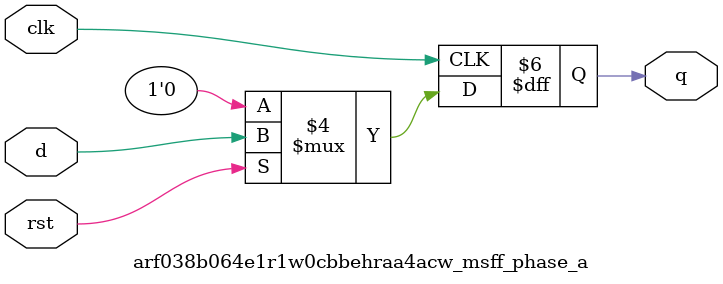
<source format=sv>
`ifndef ARF038B064E1R1W0CBBEHRAA4ACW_MSFF_PHASE_A_SV
`define ARF038B064E1R1W0CBBEHRAA4ACW_MSFF_PHASE_A_SV

module arf038b064e1r1w0cbbehraa4acw_msff_phase_a #
(
  parameter DWIDTH = 1
)
(
  input  logic [DWIDTH-1:0] d,
  input  logic clk,
  input  logic rst,
  output logic [DWIDTH-1:0] q
);

always_ff @ (posedge clk) begin
  if (~rst) begin
    q <= '0;
  end
  else begin
    q <= d;
  end
end

endmodule // arf038b064e1r1w0cbbehraa4acw_msff_phase_a

`endif // ARF038B064E1R1W0CBBEHRAA4ACW_MSFF_PHASE_A_SV
</source>
